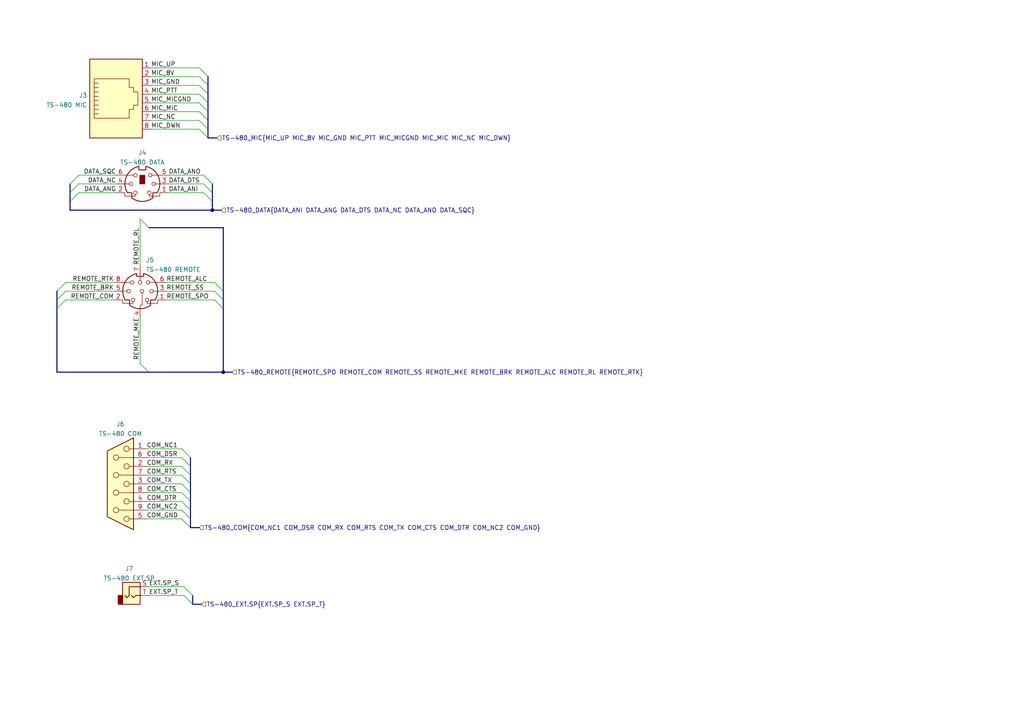
<source format=kicad_sch>
(kicad_sch (version 20211123) (generator eeschema)
  (paper "A4")
  (lib_symbols
    (symbol "Connector:AudioJack2"
      (property "Reference" "J" (at 0 8.89 0))
      (property "Value" "AudioJack2" (at 0 6.35 0))
      (symbol "AudioJack2_0_1"
        (rectangle (start -3.81 0) (end -2.54 -2.54) (stroke (width 0.254)) (fill (type outline)))
        (rectangle (start -2.54 3.81) (end 2.54 -2.54) (stroke (width 0.254)) (fill (type background)))
        (polyline (pts (xy 0 0) (xy 0.635 -0.635) (xy 1.27 0) (xy 2.54 0)) (stroke (width 0.254)))
        (polyline (pts (xy 2.54 2.54) (xy -0.635 2.54) (xy -0.635 0) (xy -1.27 -0.635) (xy -1.905 0)) (stroke (width 0.254)))
      )
      (symbol "AudioJack2_1_1"
        (pin passive line (at 5.08 2.54 180) (length 2.54) (name "~") (number "S"))
        (pin passive line (at 5.08 0 180) (length 2.54) (name "~") (number "T"))
      )
    )
    (symbol "Connector:DB9_Female" (pin_names (offset 1.016) hide)
      (property "Reference" "J" (at 0 13.97 0))
      (property "Value" "DB9_Female" (at 0 -14.605 0))
      (symbol "DB9_Female_0_1"
        (circle (center -1.778 -10.16) (radius 0.762))
        (circle (center -1.778 -5.08) (radius 0.762))
        (circle (center -1.778 0) (radius 0.762))
        (circle (center -1.778 5.08) (radius 0.762))
        (circle (center -1.778 10.16) (radius 0.762))
        (polyline (pts (xy -3.81 -10.16) (xy -2.54 -10.16)))
        (polyline (pts (xy -3.81 -7.62) (xy 0.508 -7.62)))
        (polyline (pts (xy -3.81 -5.08) (xy -2.54 -5.08)))
        (polyline (pts (xy -3.81 -2.54) (xy 0.508 -2.54)))
        (polyline (pts (xy -3.81 0) (xy -2.54 0)))
        (polyline (pts (xy -3.81 2.54) (xy 0.508 2.54)))
        (polyline (pts (xy -3.81 5.08) (xy -2.54 5.08)))
        (polyline (pts (xy -3.81 7.62) (xy 0.508 7.62)))
        (polyline (pts (xy -3.81 10.16) (xy -2.54 10.16)))
        (polyline (pts (xy -3.81 13.335) (xy -3.81 -13.335) (xy 3.81 -9.525) (xy 3.81 9.525) (xy -3.81 13.335)) (stroke (width 0.254)) (fill (type background)))
        (circle (center 1.27 -7.62) (radius 0.762))
        (circle (center 1.27 -2.54) (radius 0.762))
        (circle (center 1.27 2.54) (radius 0.762))
        (circle (center 1.27 7.62) (radius 0.762))
      )
      (symbol "DB9_Female_1_1"
        (pin passive line (at -7.62 10.16 0) (length 3.81) (name "1") (number "1"))
        (pin passive line (at -7.62 5.08 0) (length 3.81) (name "2") (number "2"))
        (pin passive line (at -7.62 0 0) (length 3.81) (name "3") (number "3"))
        (pin passive line (at -7.62 -5.08 0) (length 3.81) (name "4") (number "4"))
        (pin passive line (at -7.62 -10.16 0) (length 3.81) (name "5") (number "5"))
        (pin passive line (at -7.62 7.62 0) (length 3.81) (name "6") (number "6"))
        (pin passive line (at -7.62 2.54 0) (length 3.81) (name "7") (number "7"))
        (pin passive line (at -7.62 -2.54 0) (length 3.81) (name "8") (number "8"))
        (pin passive line (at -7.62 -7.62 0) (length 3.81) (name "9") (number "9"))
      )
    )
    (symbol "Connector:Mini-DIN-6" (pin_names (offset 1.016))
      (property "Reference" "J" (at 0 6.35 0))
      (property "Value" "Mini-DIN-6" (at 0 -6.35 0))
      (symbol "Mini-DIN-6_0_1"
        (circle (center -3.302 0) (radius 0.508))
        (arc (start -3.048 -4.064) (mid 0 -5.08) (end 3.048 -4.064) (stroke (width 0.254)))
        (circle (center -2.032 -2.54) (radius 0.508))
        (circle (center -2.032 2.54) (radius 0.508))
        (arc (start -1.016 5.08) (mid -4.6243 2.1181) (end -4.318 -2.54) (stroke (width 0.254)))
        (rectangle (start -0.762 2.54) (end 0.762 0) (fill (type outline)))
        (polyline (pts (xy -3.81 0) (xy -5.08 0)))
        (polyline (pts (xy -2.54 2.54) (xy -5.08 2.54)))
        (polyline (pts (xy 2.794 2.54) (xy 5.08 2.54)))
        (polyline (pts (xy 5.08 0) (xy 3.81 0)))
        (polyline (pts (xy -4.318 -2.54) (xy -3.048 -2.54) (xy -3.048 -4.064)) (stroke (width 0.254)))
        (polyline (pts (xy 4.318 -2.54) (xy 3.048 -2.54) (xy 3.048 -4.064)) (stroke (width 0.254)))
        (polyline (pts (xy -2.032 -3.048) (xy -2.032 -3.556) (xy -5.08 -3.556) (xy -5.08 -2.54)))
        (polyline (pts (xy -1.016 5.08) (xy -1.016 4.064) (xy 1.016 4.064) (xy 1.016 5.08)) (stroke (width 0.254)))
        (polyline (pts (xy 2.032 -3.048) (xy 2.032 -3.556) (xy 5.08 -3.556) (xy 5.08 -2.54)))
        (circle (center 2.032 -2.54) (radius 0.508))
        (circle (center 2.286 2.54) (radius 0.508))
        (circle (center 3.302 0) (radius 0.508))
        (arc (start 4.318 -2.54) (mid 4.6646 2.1357) (end 1.016 5.08) (stroke (width 0.254)))
      )
      (symbol "Mini-DIN-6_1_1"
        (pin passive line (at 7.62 -2.54 180) (length 2.54) (name "~") (number "1"))
        (pin passive line (at -7.62 -2.54 0) (length 2.54) (name "~") (number "2"))
        (pin passive line (at 7.62 0 180) (length 2.54) (name "~") (number "3"))
        (pin passive line (at -7.62 0 0) (length 2.54) (name "~") (number "4"))
        (pin passive line (at 7.62 2.54 180) (length 2.54) (name "~") (number "5"))
        (pin passive line (at -7.62 2.54 0) (length 2.54) (name "~") (number "6"))
      )
    )
    (symbol "Connector:Mini-DIN-8" (pin_names (offset 1.016))
      (property "Reference" "J" (at 5.08 5.08 0))
      (property "Value" "Mini-DIN-8" (at 10.668 -5.08 0))
      (symbol "Mini-DIN-8_0_1"
        (circle (center -3.302 0) (radius 0.508))
        (arc (start -3.048 -4.064) (mid 0 -5.08) (end 3.048 -4.064) (stroke (width 0.254)))
        (circle (center -2.286 2.5146) (radius 0.508))
        (circle (center -2.032 -2.54) (radius 0.508))
        (arc (start -1.016 5.08) (mid -4.6243 2.1181) (end -4.318 -2.54) (stroke (width 0.254)))
        (polyline (pts (xy -3.81 0) (xy -5.08 0)))
        (polyline (pts (xy -2.794 2.54) (xy -5.334 2.54)))
        (polyline (pts (xy 0 5.1054) (xy 0 3.048)))
        (polyline (pts (xy 2.794 2.54) (xy 5.08 2.54)))
        (polyline (pts (xy 5.08 0) (xy 3.81 0)))
        (polyline (pts (xy -4.318 -2.54) (xy -3.048 -2.54) (xy -3.048 -4.064)) (stroke (width 0.254)))
        (polyline (pts (xy 4.318 -2.54) (xy 3.048 -2.54) (xy 3.048 -4.064)) (stroke (width 0.254)))
        (polyline (pts (xy -2.032 -3.048) (xy -2.032 -3.556) (xy -5.08 -3.556) (xy -5.08 -2.54)))
        (polyline (pts (xy -1.016 5.08) (xy -1.016 4.318) (xy 1.016 4.318) (xy 1.016 5.08)) (stroke (width 0.254)))
        (polyline (pts (xy 0.5842 -0.508) (xy 0.5842 -4.0132) (xy 0 -4.0132) (xy 0 -5.1816)))
        (polyline (pts (xy 2.032 -3.048) (xy 2.032 -3.556) (xy 5.08 -3.556) (xy 5.08 -2.54)))
        (circle (center 0 2.54) (radius 0.508))
        (circle (center 2.032 -2.54) (radius 0.508))
        (circle (center 2.286 2.54) (radius 0.508))
        (circle (center 3.302 0) (radius 0.508))
        (arc (start 4.318 -2.54) (mid 4.6646 2.1357) (end 1.016 5.08) (stroke (width 0.254)))
      )
      (symbol "Mini-DIN-8_1_1"
        (circle (center 0.5334 0) (radius 0.508))
        (pin passive line (at 7.62 -2.54 180) (length 2.54) (name "~") (number "1"))
        (pin passive line (at -7.62 -2.54 0) (length 2.54) (name "~") (number "2"))
        (pin passive line (at 7.62 0 180) (length 2.54) (name "~") (number "3"))
        (pin passive line (at 0 -7.62 90) (length 2.54) (name "~") (number "4"))
        (pin passive line (at -7.62 0 0) (length 2.54) (name "~") (number "5"))
        (pin passive line (at 7.62 2.54 180) (length 2.54) (name "~") (number "6"))
        (pin passive line (at 0 7.62 270) (length 2.54) (name "~") (number "7"))
        (pin passive line (at -7.62 2.54 0) (length 2.54) (name "~") (number "8"))
      )
    )
    (symbol "Connector:RJ45" (pin_names (offset 1.016))
      (property "Reference" "J" (at -5.08 13.97 0))
      (property "Value" "RJ45" (at 2.54 13.97 0))
      (symbol "RJ45_0_1"
        (polyline (pts (xy -5.08 4.445) (xy -6.35 4.445)))
        (polyline (pts (xy -5.08 5.715) (xy -6.35 5.715)))
        (polyline (pts (xy -6.35 -3.175) (xy -5.08 -3.175) (xy -5.08 -3.175)))
        (polyline (pts (xy -6.35 -1.905) (xy -5.08 -1.905) (xy -5.08 -1.905)))
        (polyline (pts (xy -6.35 -0.635) (xy -5.08 -0.635) (xy -5.08 -0.635)))
        (polyline (pts (xy -6.35 0.635) (xy -5.08 0.635) (xy -5.08 0.635)))
        (polyline (pts (xy -6.35 1.905) (xy -5.08 1.905) (xy -5.08 1.905)))
        (polyline (pts (xy -5.08 3.175) (xy -6.35 3.175) (xy -6.35 3.175)))
        (polyline (pts (xy -6.35 -4.445) (xy -6.35 6.985) (xy 3.81 6.985) (xy 3.81 4.445) (xy 5.08 4.445) (xy 5.08 3.175) (xy 6.35 3.175) (xy 6.35 -0.635) (xy 5.08 -0.635) (xy 5.08 -1.905) (xy 3.81 -1.905) (xy 3.81 -4.445) (xy -6.35 -4.445) (xy -6.35 -4.445)))
        (rectangle (start 7.62 12.7) (end -7.62 -10.16) (stroke (width 0.254)) (fill (type background)))
      )
      (symbol "RJ45_1_1"
        (pin passive line (at 10.16 -7.62 180) (length 2.54) (name "~") (number "1"))
        (pin passive line (at 10.16 -5.08 180) (length 2.54) (name "~") (number "2"))
        (pin passive line (at 10.16 -2.54 180) (length 2.54) (name "~") (number "3"))
        (pin passive line (at 10.16 0 180) (length 2.54) (name "~") (number "4"))
        (pin passive line (at 10.16 2.54 180) (length 2.54) (name "~") (number "5"))
        (pin passive line (at 10.16 5.08 180) (length 2.54) (name "~") (number "6"))
        (pin passive line (at 10.16 7.62 180) (length 2.54) (name "~") (number "7"))
        (pin passive line (at 10.16 10.16 180) (length 2.54) (name "~") (number "8"))
      )
    )
  )
  (junction (at 64.77 107.95))
  (junction (at 61.595 60.96))
  (bus_entry (at 57.785 37.465) (size 2.54 2.54))
  (bus_entry (at 57.785 34.925) (size 2.54 2.54))
  (bus_entry (at 57.785 19.685) (size 2.54 2.54))
  (bus_entry (at 57.785 24.765) (size 2.54 2.54))
  (bus_entry (at 57.785 22.225) (size 2.54 2.54))
  (bus_entry (at 57.785 32.385) (size 2.54 2.54))
  (bus_entry (at 57.785 27.305) (size 2.54 2.54))
  (bus_entry (at 57.785 29.845) (size 2.54 2.54))
  (bus_entry (at 52.705 130.175) (size 2.54 2.54))
  (bus_entry (at 52.705 132.715) (size 2.54 2.54))
  (bus_entry (at 52.705 135.255) (size 2.54 2.54))
  (bus_entry (at 52.705 137.795) (size 2.54 2.54))
  (bus_entry (at 52.705 140.335) (size 2.54 2.54))
  (bus_entry (at 52.705 142.875) (size 2.54 2.54))
  (bus_entry (at 52.705 145.415) (size 2.54 2.54))
  (bus_entry (at 52.705 147.955) (size 2.54 2.54))
  (bus_entry (at 52.705 150.495) (size 2.54 2.54))
  (bus_entry (at 53.34 170.18) (size 2.54 2.54))
  (bus_entry (at 53.34 172.72) (size 2.54 2.54))
  (bus_entry (at 59.055 53.34) (size 2.54 2.54))
  (bus_entry (at 59.055 50.8) (size 2.54 2.54))
  (bus_entry (at 59.055 55.88) (size 2.54 2.54))
  (bus_entry (at 22.86 53.34) (size -2.54 2.54))
  (bus_entry (at 22.86 55.88) (size -2.54 2.54))
  (bus_entry (at 22.86 50.8) (size -2.54 2.54))
  (bus_entry (at 40.64 63.5) (size 2.54 2.54))
  (bus_entry (at 40.64 105.41) (size 2.54 2.54))
  (bus_entry (at 19.05 84.455) (size -2.54 2.54))
  (bus_entry (at 19.05 81.915) (size -2.54 2.54))
  (bus_entry (at 19.05 86.995) (size -2.54 2.54))
  (bus_entry (at 62.23 81.915) (size 2.54 2.54))
  (bus_entry (at 62.23 84.455) (size 2.54 2.54))
  (bus_entry (at 62.23 86.995) (size 2.54 2.54))
  (bus (pts (xy 20.32 53.34) (xy 20.32 55.88)))
  (bus (pts (xy 43.18 66.04) (xy 64.77 66.04)))
  (wire (pts (xy 22.86 50.8) (xy 33.655 50.8)))
  (bus (pts (xy 64.77 84.455) (xy 64.77 66.04)))
  (wire (pts (xy 43.815 27.305) (xy 57.785 27.305)))
  (bus (pts (xy 61.595 58.42) (xy 61.595 60.96)))
  (bus (pts (xy 61.595 53.34) (xy 61.595 55.88)))
  (bus (pts (xy 64.77 107.95) (xy 64.77 89.535)))
  (wire (pts (xy 42.545 140.335) (xy 52.705 140.335)))
  (wire (pts (xy 48.895 53.34) (xy 59.055 53.34)))
  (wire (pts (xy 42.545 150.495) (xy 52.705 150.495)))
  (bus (pts (xy 55.245 150.495) (xy 55.245 153.035)))
  (bus (pts (xy 55.88 175.26) (xy 58.42 175.26)))
  (wire (pts (xy 43.18 172.72) (xy 53.34 172.72)))
  (bus (pts (xy 55.245 142.875) (xy 55.245 145.415)))
  (wire (pts (xy 43.815 37.465) (xy 57.785 37.465)))
  (wire (pts (xy 42.545 132.715) (xy 52.705 132.715)))
  (bus (pts (xy 55.245 132.715) (xy 55.245 135.255)))
  (bus (pts (xy 60.325 29.845) (xy 60.325 32.385)))
  (wire (pts (xy 43.815 22.225) (xy 57.785 22.225)))
  (wire (pts (xy 43.815 34.925) (xy 57.785 34.925)))
  (wire (pts (xy 43.815 19.685) (xy 57.785 19.685)))
  (bus (pts (xy 55.245 147.955) (xy 55.245 150.495)))
  (wire (pts (xy 43.18 170.18) (xy 53.34 170.18)))
  (bus (pts (xy 60.325 37.465) (xy 60.325 40.005)))
  (bus (pts (xy 55.245 145.415) (xy 55.245 147.955)))
  (wire (pts (xy 40.64 92.075) (xy 40.64 105.41)))
  (bus (pts (xy 16.51 84.455) (xy 16.51 86.995)))
  (bus (pts (xy 16.51 107.95) (xy 43.18 107.95)))
  (wire (pts (xy 42.545 137.795) (xy 52.705 137.795)))
  (wire (pts (xy 19.05 86.995) (xy 33.02 86.995)))
  (bus (pts (xy 16.51 86.995) (xy 16.51 89.535)))
  (wire (pts (xy 48.895 55.88) (xy 59.055 55.88)))
  (bus (pts (xy 55.88 172.72) (xy 55.88 175.26)))
  (wire (pts (xy 19.05 84.455) (xy 33.02 84.455)))
  (bus (pts (xy 60.325 24.765) (xy 60.325 27.305)))
  (wire (pts (xy 48.26 81.915) (xy 62.23 81.915)))
  (bus (pts (xy 61.595 55.88) (xy 61.595 58.42)))
  (bus (pts (xy 43.18 107.95) (xy 64.77 107.95)))
  (bus (pts (xy 60.325 34.925) (xy 60.325 37.465)))
  (bus (pts (xy 61.595 60.96) (xy 20.32 60.96)))
  (bus (pts (xy 55.245 153.035) (xy 57.785 153.035)))
  (wire (pts (xy 42.545 145.415) (xy 52.705 145.415)))
  (wire (pts (xy 48.26 86.995) (xy 62.23 86.995)))
  (wire (pts (xy 42.545 147.955) (xy 52.705 147.955)))
  (bus (pts (xy 16.51 89.535) (xy 16.51 107.95)))
  (bus (pts (xy 55.245 140.335) (xy 55.245 142.875)))
  (wire (pts (xy 43.815 29.845) (xy 57.785 29.845)))
  (wire (pts (xy 40.64 63.5) (xy 40.64 76.835)))
  (bus (pts (xy 60.325 22.225) (xy 60.325 24.765)))
  (bus (pts (xy 61.595 60.96) (xy 64.135 60.96)))
  (wire (pts (xy 19.05 81.915) (xy 33.02 81.915)))
  (bus (pts (xy 64.77 86.995) (xy 64.77 84.455)))
  (wire (pts (xy 42.545 142.875) (xy 52.705 142.875)))
  (bus (pts (xy 64.77 89.535) (xy 64.77 86.995)))
  (bus (pts (xy 55.245 137.795) (xy 55.245 140.335)))
  (bus (pts (xy 64.77 107.95) (xy 67.31 107.95)))
  (wire (pts (xy 22.86 55.88) (xy 33.655 55.88)))
  (wire (pts (xy 43.815 32.385) (xy 57.785 32.385)))
  (wire (pts (xy 48.895 50.8) (xy 59.055 50.8)))
  (bus (pts (xy 60.325 27.305) (xy 60.325 29.845)))
  (wire (pts (xy 42.545 130.175) (xy 52.705 130.175)))
  (wire (pts (xy 22.86 53.34) (xy 33.655 53.34)))
  (bus (pts (xy 60.325 32.385) (xy 60.325 34.925)))
  (bus (pts (xy 60.325 40.005) (xy 62.865 40.005)))
  (bus (pts (xy 55.245 135.255) (xy 55.245 137.795)))
  (bus (pts (xy 20.32 58.42) (xy 20.32 60.96)))
  (wire (pts (xy 42.545 135.255) (xy 52.705 135.255)))
  (wire (pts (xy 43.815 24.765) (xy 57.785 24.765)))
  (wire (pts (xy 48.26 84.455) (xy 62.23 84.455)))
  (bus (pts (xy 20.32 55.88) (xy 20.32 58.42)))
  (label "EXT.SP_S" (at 43.18 170.18 0))
  (label "MIC_GND" (at 43.815 24.765 0))
  (label "MIC_MIC" (at 43.815 32.385 0))
  (label "REMOTE_RTK" (at 33.02 81.915 180))
  (label "REMOTE_ALC" (at 48.26 81.915 0))
  (label "MIC_NC" (at 43.815 34.925 0))
  (label "COM_DTR" (at 42.545 145.415 0))
  (label "REMOTE_SS" (at 48.26 84.455 0))
  (label "COM_RX" (at 42.545 135.255 0))
  (label "COM_GND" (at 42.545 150.495 0))
  (label "COM_DSR" (at 42.545 132.715 0))
  (label "MIC_8V" (at 43.815 22.225 0))
  (label "DATA_NC" (at 33.655 53.34 180))
  (label "REMOTE_BRK" (at 33.02 84.455 180))
  (label "DATA_ANO" (at 48.895 50.8 0))
  (label "MIC_PTT" (at 43.815 27.305 0))
  (label "DATA_ANG" (at 33.655 55.88 180))
  (label "DATA_DTS" (at 48.895 53.34 0))
  (label "DATA_SQC" (at 33.655 50.8 180))
  (label "MIC_UP" (at 43.815 19.685 0))
  (label "EXT.SP_T" (at 43.18 172.72 0))
  (label "COM_NC1" (at 42.545 130.175 0))
  (label "REMOTE_MKE" (at 40.64 92.075 270))
  (label "REMOTE_RL" (at 40.64 76.835 90))
  (label "COM_TX" (at 42.545 140.335 0))
  (label "MIC_DWN" (at 43.815 37.465 0))
  (label "MIC_MICGND" (at 43.815 29.845 0))
  (label "COM_CTS" (at 42.545 142.875 0))
  (label "REMOTE_SPO" (at 48.26 86.995 0))
  (label "COM_NC2" (at 42.545 147.955 0))
  (label "COM_RTS" (at 42.545 137.795 0))
  (label "DATA_ANI" (at 48.895 55.88 0))
  (label "REMOTE_COM" (at 33.02 86.995 180))
  (hierarchical_label "TS-480_COM{COM_NC1 COM_DSR COM_RX COM_RTS COM_TX COM_CTS COM_DTR COM_NC2 COM_GND}" (shape input) (at 57.785 153.035 0))
  (hierarchical_label "TS-480_MIC{MIC_UP MIC_8V MIC_GND MIC_PTT MIC_MICGND MIC_MIC MIC_NC MIC_DWN}" (shape input) (at 62.865 40.005 0))
  (hierarchical_label "TS-480_DATA{DATA_ANI DATA_ANG DATA_DTS DATA_NC DATA_ANO DATA_SQC}" (shape input) (at 64.135 60.96 0))
  (hierarchical_label "TS-480_EXT.SP{EXT.SP_S EXT.SP_T}" (shape input) (at 58.42 175.26 0))
  (hierarchical_label "TS-480_REMOTE{REMOTE_SPO REMOTE_COM REMOTE_SS REMOTE_MKE REMOTE_BRK REMOTE_ALC REMOTE_RL REMOTE_RTK}" (shape input) (at 67.31 107.95 0))
  (symbol (lib_id "Connector:Mini-DIN-8") (at 40.64 84.455 0) (unit 1)
    (property "Reference" "J5" (at 42.2911 75.4085 0) (effects (justify left)))
    (property "Value" "TS-480 REMOTE" (at 42.2911 78.1836 0) (effects (justify left)))
    (property "Datasheet" "http://service.powerdynamics.com/ec/Catalog17/Section%2011.pdf" (effects hide))
  )
  (symbol (lib_id "Connector:AudioJack2") (at 38.1 172.72 0) (unit 1)
    (property "Reference" "J7" (at 37.465 164.9435 0))
    (property "Value" "TS-480 EXT.SP" (at 37.465 167.7186 0))
  )
  (symbol (lib_id "Connector:Mini-DIN-6") (at 41.275 53.34 0) (unit 1)
    (property "Reference" "J4" (at 41.2927 44.2935 0))
    (property "Value" "TS-480 DATA" (at 41.2927 47.0686 0))
    (property "Datasheet" "http://service.powerdynamics.com/ec/Catalog17/Section%2011.pdf" (effects hide))
  )
  (symbol (lib_id "Connector:DB9_Female") (at 34.925 140.335 0) (mirror y) (unit 1)
    (property "Reference" "J6" (at 34.925 123.0335 0))
    (property "Value" "TS-480 COM" (at 34.925 125.8086 0))
    (property "Datasheet" " ~" (effects hide))
  )
  (symbol (lib_id "Connector:RJ45") (at 33.655 27.305 0) (mirror x) (unit 1)
    (property "Reference" "J3" (at 25.2731 27.6665 0) (effects (justify right)))
    (property "Value" "TS-480 MIC" (at 25.2731 30.4416 0) (effects (justify right)))
    (property "Footprint" "Connector_RJ:RJ45_Amphenol_54602-x08_Horizontal" (effects hide))
  )
)
</source>
